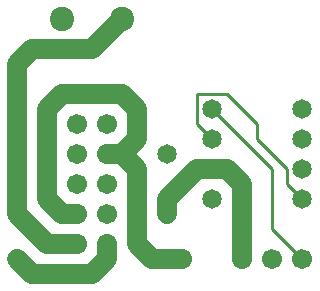
<source format=gtl>
%MOIN*%
%FSLAX25Y25*%
G04 D10 used for Character Trace; *
G04     Circle (OD=.01000) (No hole)*
G04 D11 used for Power Trace; *
G04     Circle (OD=.06500) (No hole)*
G04 D12 used for Signal Trace; *
G04     Circle (OD=.01100) (No hole)*
G04 D13 used for Via; *
G04     Circle (OD=.05800) (Round. Hole ID=.02800)*
G04 D14 used for Component hole; *
G04     Circle (OD=.06500) (Round. Hole ID=.03500)*
G04 D15 used for Component hole; *
G04     Circle (OD=.06700) (Round. Hole ID=.04300)*
G04 D16 used for Component hole; *
G04     Circle (OD=.08100) (Round. Hole ID=.05100)*
G04 D17 used for Component hole; *
G04     Circle (OD=.08900) (Round. Hole ID=.05900)*
G04 D18 used for Component hole; *
G04     Circle (OD=.11300) (Round. Hole ID=.08300)*
G04 D19 used for Component hole; *
G04     Circle (OD=.16000) (Round. Hole ID=.13000)*
G04 D20 used for Component hole; *
G04     Circle (OD=.18300) (Round. Hole ID=.15300)*
G04 D21 used for Component hole; *
G04     Circle (OD=.22291) (Round. Hole ID=.19291)*
%ADD10C,.01000*%
%ADD11C,.06500*%
%ADD12C,.01100*%
%ADD13C,.05800*%
%ADD14C,.06500*%
%ADD15C,.06700*%
%ADD16C,.08100*%
%ADD17C,.08900*%
%ADD18C,.11300*%
%ADD19C,.16000*%
%ADD20C,.18300*%
%ADD21C,.22291*%
%IPPOS*%
%LPD*%
G90*X0Y0D02*D13*X5000Y10000D03*D11*X10000Y5000D01*
X30000D01*X35000Y10000D01*Y15000D01*D15*D03*      
X25000Y25000D03*D11*X20000D01*X15000Y30000D01*    
Y60000D01*X20000Y65000D01*X40000D01*              
X45000Y60000D01*Y50000D01*X40000Y45000D01*        
X45000Y40000D01*Y15000D01*X50000Y10000D01*        
X60000D01*D15*D03*D14*X55000Y25000D03*D11*        
Y30000D01*X65000Y40000D01*X70000D01*D14*D03*D11*  
X75000D01*X80000Y35000D01*Y10000D01*D15*D03*D12*  
X100000D02*X90000Y20000D01*D15*X100000Y10000D03*  
D12*X90000Y20000D02*Y40000D01*X70000Y60000D01*D14*
D03*D12*X85000Y55000D02*X75000Y65000D01*          
X85000Y50000D02*Y55000D01*X95000Y40000D02*        
X85000Y50000D01*X95000Y35000D02*Y40000D01*        
X100000Y30000D02*X95000Y35000D01*D14*             
X100000Y30000D03*Y40000D03*D15*X90000Y10000D03*   
D14*X100000Y50000D03*X70000D03*D12*               
X65000Y55000D01*Y65000D01*X75000D01*D14*          
X55000Y45000D03*X100000Y60000D03*D16*             
X40000Y90000D03*D11*X30000Y80000D01*X10000D01*    
X5000Y75000D01*Y25000D01*X15000Y15000D01*         
X25000D01*D15*D03*X35000Y25000D03*Y35000D03*      
X25000D03*D11*X35000Y45000D02*X40000D01*D15*      
X35000D03*X25000Y55000D03*X35000D03*              
X25000Y45000D03*D14*X70000Y30000D03*D16*          
X20000Y90000D03*M02*                              

</source>
